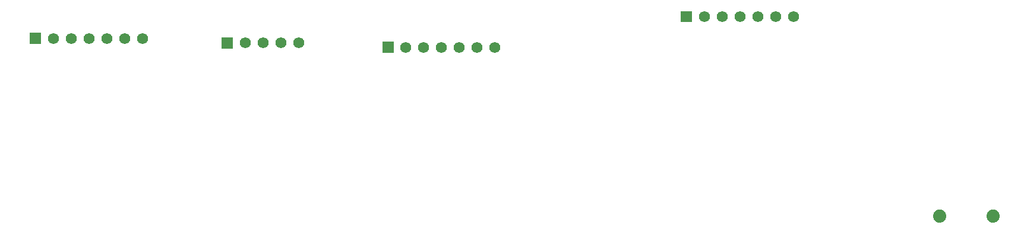
<source format=gbp>
G04 Layer: BottomPasteMaskLayer*
G04 EasyEDA v6.4.7, 2020-10-28T14:34:13+00:00*
G04 34375fc6649c45b8b31e222808ae9df9,aef87372a4e84f75ab74ab0294ea0b66,10*
G04 Gerber Generator version 0.2*
G04 Scale: 100 percent, Rotated: No, Reflected: No *
G04 Dimensions in millimeters *
G04 leading zeros omitted , absolute positions ,3 integer and 3 decimal *
%FSLAX33Y33*%
%MOMM*%
G90*
D02*

%ADD19C,1.574800*%
%ADD22C,1.879600*%

%LPD*%
G54D22*
G01X151257Y12700D03*
G01X143637Y12700D03*
G54D19*
G01X52264Y37380D03*
G01X49724Y37380D03*
G01X47184Y37380D03*
G01X44644Y37380D03*
G36*
G01X41316Y38167D02*
G01X42891Y38167D01*
G01X42891Y36592D01*
G01X41316Y36592D01*
G01X41316Y38167D01*
G37*
G36*
G01X13964Y38802D02*
G01X15539Y38802D01*
G01X15539Y37227D01*
G01X13964Y37227D01*
G01X13964Y38802D01*
G37*
G01X29992Y38015D03*
G01X27452Y38015D03*
G01X24912Y38015D03*
G01X22372Y38015D03*
G01X19832Y38015D03*
G01X17292Y38015D03*
G01X80251Y36744D03*
G01X77711Y36744D03*
G01X75171Y36744D03*
G01X72631Y36744D03*
G01X70091Y36744D03*
G01X67551Y36744D03*
G36*
G01X64223Y37532D02*
G01X65798Y37532D01*
G01X65798Y35957D01*
G01X64223Y35957D01*
G01X64223Y37532D01*
G37*
G01X122787Y41129D03*
G01X120247Y41129D03*
G01X117707Y41129D03*
G01X115167Y41129D03*
G01X112627Y41129D03*
G01X110087Y41129D03*
G36*
G01X106760Y41917D02*
G01X108335Y41917D01*
G01X108335Y40342D01*
G01X106760Y40342D01*
G01X106760Y41917D01*
G37*
M00*
M02*

</source>
